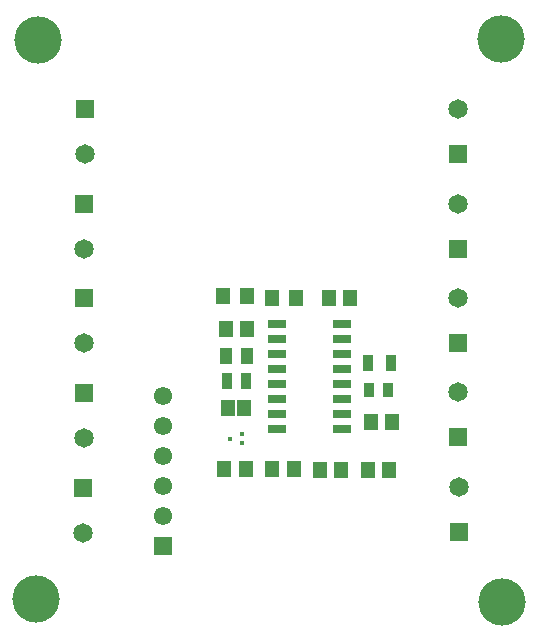
<source format=gbr>
G04*
G04 #@! TF.GenerationSoftware,Altium Limited,Altium Designer,23.3.1 (30)*
G04*
G04 Layer_Color=255*
%FSLAX25Y25*%
%MOIN*%
G70*
G04*
G04 #@! TF.SameCoordinates,9E9A1B20-5B00-4279-B210-449FD35A5861*
G04*
G04*
G04 #@! TF.FilePolarity,Positive*
G04*
G01*
G75*
%ADD17R,0.04528X0.05709*%
%ADD55C,0.06496*%
%ADD56R,0.06496X0.06496*%
%ADD57C,0.15748*%
%ADD58R,0.06102X0.06102*%
%ADD59C,0.06102*%
%ADD62R,0.01575X0.01575*%
%ADD63R,0.03367X0.04969*%
%ADD64R,0.06004X0.02756*%
%ADD65R,0.03347X0.05315*%
%ADD66R,0.04545X0.05339*%
%ADD67R,0.04942X0.05756*%
%ADD68R,0.03740X0.05709*%
%ADD69R,0.04134X0.05709*%
D17*
X188714Y166529D02*
D03*
X181628D02*
D03*
X197617Y166569D02*
D03*
X204704D02*
D03*
X220533Y166464D02*
D03*
X213447D02*
D03*
X236451Y166399D02*
D03*
X229364D02*
D03*
X230355Y182470D02*
D03*
X237442D02*
D03*
X223501Y223498D02*
D03*
X216414D02*
D03*
X189205Y213446D02*
D03*
X182118D02*
D03*
D55*
X134910Y240101D02*
D03*
X259602Y192213D02*
D03*
X134855Y208625D02*
D03*
X134874Y176955D02*
D03*
X259639Y223522D02*
D03*
X259503Y286800D02*
D03*
Y255098D02*
D03*
X259691Y160723D02*
D03*
X135066Y271644D02*
D03*
X134598Y145386D02*
D03*
D56*
X135066Y286644D02*
D03*
X259602Y177213D02*
D03*
X134855Y223625D02*
D03*
X134874Y191955D02*
D03*
X259639Y208522D02*
D03*
X259503Y271800D02*
D03*
Y240098D02*
D03*
X259691Y145723D02*
D03*
X134910Y255101D02*
D03*
X134598Y160386D02*
D03*
D57*
X118975Y123223D02*
D03*
X274005Y122283D02*
D03*
X119387Y309595D02*
D03*
X273759Y310090D02*
D03*
D58*
X161294Y140997D02*
D03*
D59*
Y150996D02*
D03*
Y160996D02*
D03*
Y170996D02*
D03*
Y180997D02*
D03*
Y190997D02*
D03*
D62*
X183589Y176752D02*
D03*
X187526Y175177D02*
D03*
Y178327D02*
D03*
D63*
X229678Y192952D02*
D03*
X236178D02*
D03*
D64*
X199328Y179877D02*
D03*
Y184877D02*
D03*
Y189877D02*
D03*
Y194877D02*
D03*
Y199877D02*
D03*
Y204877D02*
D03*
Y209877D02*
D03*
Y214877D02*
D03*
X220683D02*
D03*
Y209877D02*
D03*
Y204877D02*
D03*
Y199877D02*
D03*
Y194877D02*
D03*
Y189877D02*
D03*
Y184877D02*
D03*
Y179877D02*
D03*
D65*
X188970Y196146D02*
D03*
X182474D02*
D03*
D66*
X188018Y186826D02*
D03*
X182696D02*
D03*
D67*
X205424Y223703D02*
D03*
X197349D02*
D03*
X189232Y224400D02*
D03*
X181157D02*
D03*
D68*
X229542Y201946D02*
D03*
X237220D02*
D03*
D69*
X189303Y204187D02*
D03*
X182019D02*
D03*
M02*

</source>
